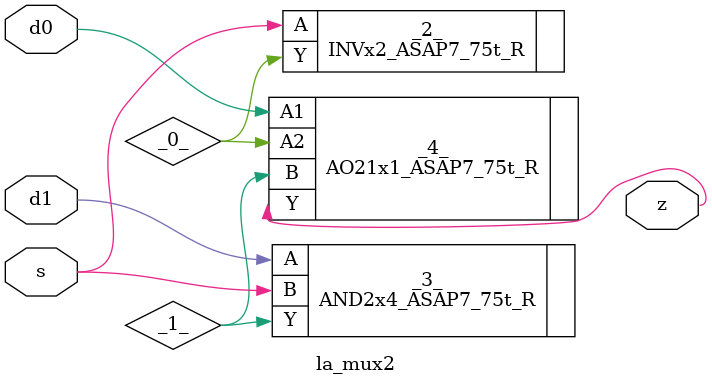
<source format=v>
/* Generated by Yosys 0.37 (git sha1 a5c7f69ed, clang 14.0.0-1ubuntu1.1 -fPIC -Os) */

module la_mux2(d0, d1, s, z);
  wire _0_;
  wire _1_;
  input d0;
  wire d0;
  input d1;
  wire d1;
  input s;
  wire s;
  output z;
  wire z;
  INVx2_ASAP7_75t_R _2_ (
    .A(s),
    .Y(_0_)
  );
  AND2x4_ASAP7_75t_R _3_ (
    .A(d1),
    .B(s),
    .Y(_1_)
  );
  AO21x1_ASAP7_75t_R _4_ (
    .A1(d0),
    .A2(_0_),
    .B(_1_),
    .Y(z)
  );
endmodule

</source>
